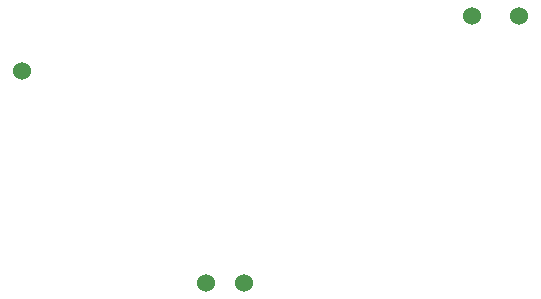
<source format=gbr>
%TF.GenerationSoftware,KiCad,Pcbnew,6.0.0*%
%TF.CreationDate,2022-01-09T21:40:48-07:00*%
%TF.ProjectId,L0005-Valve-Controller,4c303030-352d-4566-916c-76652d436f6e,1.0*%
%TF.SameCoordinates,Original*%
%TF.FileFunction,Paste,Bot*%
%TF.FilePolarity,Positive*%
%FSLAX46Y46*%
G04 Gerber Fmt 4.6, Leading zero omitted, Abs format (unit mm)*
G04 Created by KiCad (PCBNEW 6.0.0) date 2022-01-09 21:40:48*
%MOMM*%
%LPD*%
G01*
G04 APERTURE LIST*
%ADD10C,1.524000*%
G04 APERTURE END LIST*
D10*
%TO.C,TP1*%
X123571000Y-89336880D03*
%TD*%
%TO.C,TP2*%
X165658800Y-84632800D03*
%TD*%
%TO.C,TP3*%
X161696400Y-84632800D03*
%TD*%
%TO.C,TP4*%
X139192000Y-107238800D03*
%TD*%
%TO.C,TP5*%
X142341600Y-107238800D03*
%TD*%
M02*

</source>
